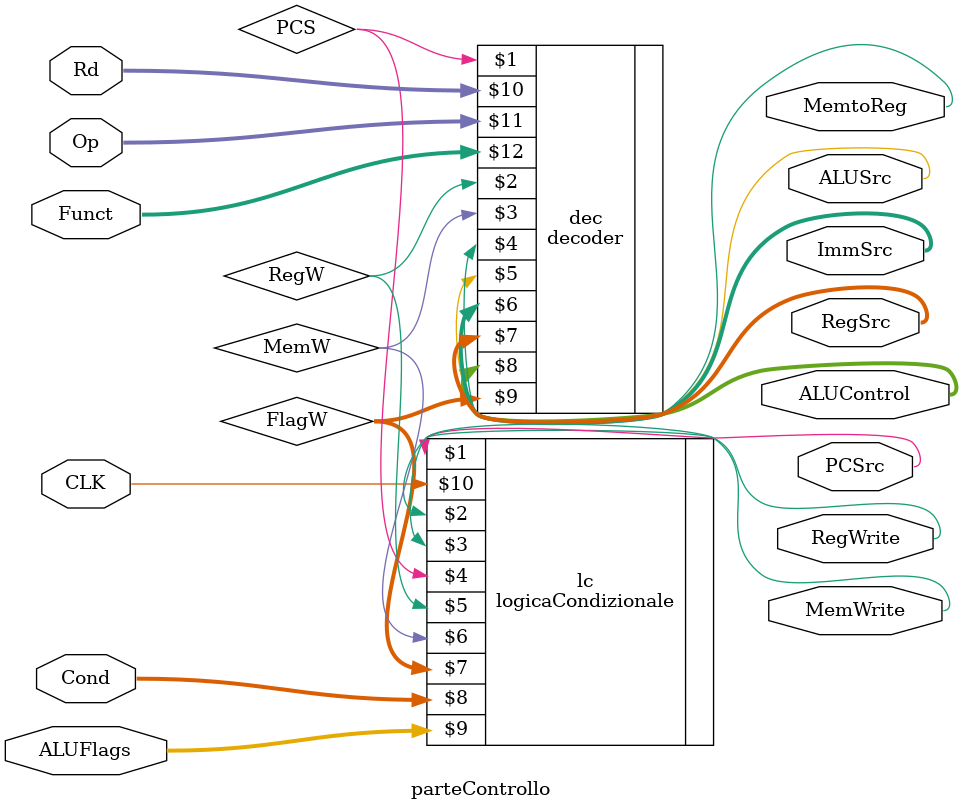
<source format=v>
module parteControllo(output PCSrc, RegWrite, MemWrite, MemtoReg, ALUSrc,
		      output [1:0] ImmSrc,
		      output [1:0] RegSrc,
		      output [1:0] ALUControl,

		      input [3:0]  Cond,
		      input [3:0]  ALUFlags,

		      input [1:0]  Op,
		      input [5:0]  Funct,
		      input [3:0]  Rd, 
		      input CLK);

   wire [1:0] 			   FlagW;
   wire 			   PCS, RegW, MemW;
   

   logicaCondizionale lc(PCSrc, RegWrite, MemWrite,
			 PCS, RegW, MemW,
			 FlagW, Cond, ALUFlags,
			 CLK);
   decoder dec(PCS, RegW, MemW, MemtoReg, ALUSrc,
	       ImmSrc, RegSrc, ALUControl, FlagW,
	       Rd, Op, Funct);
   
endmodule // parteControllo

</source>
